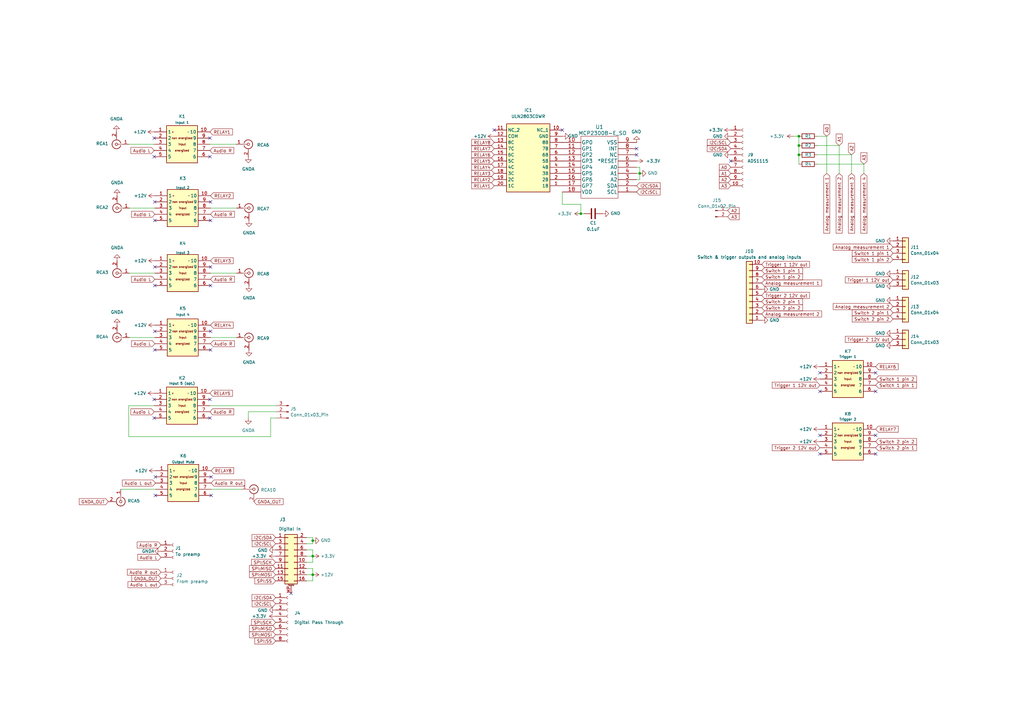
<source format=kicad_sch>
(kicad_sch (version 20231120) (generator "eeschema") (generator_version "8.0")
  (paper "A3")
  (lib_symbols
    (symbol "+12V_1" (power) (pin_numbers hide) (pin_names (offset 0) hide)
      (property "Value" "+12V" (at 0 3.556 0))
      (symbol "+12V_1_1_1"
        (pin power_in line (at 0 0 90) (length 0) (name "~") (number "1"))
      )
    )
    (symbol "Connector:Conn_01x02_Pin" (pin_names (offset 1.016) hide)
      (property "Reference" "J" (at 0 2.54 0))
      (property "Value" "Conn_01x02_Pin" (at 0 -5.08 0))
      (symbol "Conn_01x02_Pin_1_1"
        (pin passive line (at 5.08 0 180) (length 3.81) (name "Pin_1") (number "1"))
        (pin passive line (at 5.08 -2.54 180) (length 3.81) (name "Pin_2") (number "2"))
      )
    )
    (symbol "Connector:Conn_01x03_Female" (pin_names (offset 1.016) hide)
      (property "Reference" "J" (at 0 5.08 0))
      (property "Value" "Conn_01x03_Female" (at 0 -5.08 0))
      (symbol "Conn_01x03_Female_1_1"
        (pin passive line (at -5.08 2.54 0) (length 3.81) (name "Pin_1") (number "1"))
        (pin passive line (at -5.08 0 0) (length 3.81) (name "Pin_2") (number "2"))
        (pin passive line (at -5.08 -2.54 0) (length 3.81) (name "Pin_3") (number "3"))
      )
    )
    (symbol "Connector:Conn_01x03_Pin" (pin_names (offset 1.016) hide)
      (property "Reference" "J" (at 0 5.08 0))
      (property "Value" "Conn_01x03_Pin" (at 0 -5.08 0))
      (symbol "Conn_01x03_Pin_1_1"
        (pin passive line (at 5.08 2.54 180) (length 3.81) (name "Pin_1") (number "1"))
        (pin passive line (at 5.08 0 180) (length 3.81) (name "Pin_2") (number "2"))
        (pin passive line (at 5.08 -2.54 180) (length 3.81) (name "Pin_3") (number "3"))
      )
    )
    (symbol "Connector:Conn_01x08_Female" (pin_names (offset 1.016) hide)
      (property "Reference" "J" (at 0 10.16 0))
      (property "Value" "Conn_01x08_Female" (at 0 -12.7 0))
      (symbol "Conn_01x08_Female_1_1"
        (pin passive line (at -5.08 7.62 0) (length 3.81) (name "Pin_1") (number "1"))
        (pin passive line (at -5.08 5.08 0) (length 3.81) (name "Pin_2") (number "2"))
        (pin passive line (at -5.08 2.54 0) (length 3.81) (name "Pin_3") (number "3"))
        (pin passive line (at -5.08 0 0) (length 3.81) (name "Pin_4") (number "4"))
        (pin passive line (at -5.08 -2.54 0) (length 3.81) (name "Pin_5") (number "5"))
        (pin passive line (at -5.08 -5.08 0) (length 3.81) (name "Pin_6") (number "6"))
        (pin passive line (at -5.08 -7.62 0) (length 3.81) (name "Pin_7") (number "7"))
        (pin passive line (at -5.08 -10.16 0) (length 3.81) (name "Pin_8") (number "8"))
      )
    )
    (symbol "Connector:Conn_01x10_Female" (pin_names (offset 1.016) hide)
      (property "Reference" "J" (at 0 12.7 0))
      (property "Value" "Conn_01x10_Female" (at 0 -15.24 0))
      (symbol "Conn_01x10_Female_1_1"
        (pin passive line (at -5.08 10.16 0) (length 3.81) (name "Pin_1") (number "1"))
        (pin passive line (at -5.08 -12.7 0) (length 3.81) (name "Pin_10") (number "10"))
        (pin passive line (at -5.08 7.62 0) (length 3.81) (name "Pin_2") (number "2"))
        (pin passive line (at -5.08 5.08 0) (length 3.81) (name "Pin_3") (number "3"))
        (pin passive line (at -5.08 2.54 0) (length 3.81) (name "Pin_4") (number "4"))
        (pin passive line (at -5.08 0 0) (length 3.81) (name "Pin_5") (number "5"))
        (pin passive line (at -5.08 -2.54 0) (length 3.81) (name "Pin_6") (number "6"))
        (pin passive line (at -5.08 -5.08 0) (length 3.81) (name "Pin_7") (number "7"))
        (pin passive line (at -5.08 -7.62 0) (length 3.81) (name "Pin_8") (number "8"))
        (pin passive line (at -5.08 -10.16 0) (length 3.81) (name "Pin_9") (number "9"))
      )
    )
    (symbol "Connector_Generic:Conn_01x03" (pin_names (offset 1.016) hide)
      (property "Reference" "J" (at 0 5.08 0))
      (property "Value" "Conn_01x03" (at 0 -5.08 0))
      (symbol "Conn_01x03_1_1"
        (pin passive line (at -5.08 2.54 0) (length 3.81) (name "Pin_1") (number "1"))
        (pin passive line (at -5.08 0 0) (length 3.81) (name "Pin_2") (number "2"))
        (pin passive line (at -5.08 -2.54 0) (length 3.81) (name "Pin_3") (number "3"))
      )
    )
    (symbol "Connector_Generic:Conn_01x04" (pin_names (offset 1.016) hide)
      (property "Reference" "J" (at 0 5.08 0))
      (property "Value" "Conn_01x04" (at 0 -7.62 0))
      (symbol "Conn_01x04_1_1"
        (pin passive line (at -5.08 2.54 0) (length 3.81) (name "Pin_1") (number "1"))
        (pin passive line (at -5.08 0 0) (length 3.81) (name "Pin_2") (number "2"))
        (pin passive line (at -5.08 -2.54 0) (length 3.81) (name "Pin_3") (number "3"))
        (pin passive line (at -5.08 -5.08 0) (length 3.81) (name "Pin_4") (number "4"))
      )
    )
    (symbol "Connector_Generic:Conn_01x10" (pin_names (offset 1.016) hide)
      (property "Reference" "J" (at 0 12.7 0))
      (property "Value" "Conn_01x10" (at 0 -15.24 0))
      (symbol "Conn_01x10_1_1"
        (pin passive line (at -5.08 10.16 0) (length 3.81) (name "Pin_1") (number "1"))
        (pin passive line (at -5.08 -12.7 0) (length 3.81) (name "Pin_10") (number "10"))
        (pin passive line (at -5.08 7.62 0) (length 3.81) (name "Pin_2") (number "2"))
        (pin passive line (at -5.08 5.08 0) (length 3.81) (name "Pin_3") (number "3"))
        (pin passive line (at -5.08 2.54 0) (length 3.81) (name "Pin_4") (number "4"))
        (pin passive line (at -5.08 0 0) (length 3.81) (name "Pin_5") (number "5"))
        (pin passive line (at -5.08 -2.54 0) (length 3.81) (name "Pin_6") (number "6"))
        (pin passive line (at -5.08 -5.08 0) (length 3.81) (name "Pin_7") (number "7"))
        (pin passive line (at -5.08 -7.62 0) (length 3.81) (name "Pin_8") (number "8"))
        (pin passive line (at -5.08 -10.16 0) (length 3.81) (name "Pin_9") (number "9"))
      )
    )
    (symbol "Connector_Generic_MountingPin:Conn_02x08_Odd_Even_MountingPin" (pin_names (offset 1.016) hide)
      (property "Reference" "J" (at 1.27 10.16 0))
      (property "Value" "Conn_02x08_Odd_Even_MountingPin" (at 2.54 -12.7 0))
      (symbol "Conn_02x08_Odd_Even_MountingPin_1_1"
        (text "Mounting" (at 1.27 -11.811 0) (effects (font (size 0.381 0.381))))
        (pin passive line (at -5.08 7.62 0) (length 3.81) (name "Pin_1") (number "1"))
        (pin passive line (at 7.62 -2.54 180) (length 3.81) (name "Pin_10") (number "10"))
        (pin passive line (at -5.08 -5.08 0) (length 3.81) (name "Pin_11") (number "11"))
        (pin passive line (at 7.62 -5.08 180) (length 3.81) (name "Pin_12") (number "12"))
        (pin passive line (at -5.08 -7.62 0) (length 3.81) (name "Pin_13") (number "13"))
        (pin passive line (at 7.62 -7.62 180) (length 3.81) (name "Pin_14") (number "14"))
        (pin passive line (at -5.08 -10.16 0) (length 3.81) (name "Pin_15") (number "15"))
        (pin passive line (at 7.62 -10.16 180) (length 3.81) (name "Pin_16") (number "16"))
        (pin passive line (at 7.62 7.62 180) (length 3.81) (name "Pin_2") (number "2"))
        (pin passive line (at -5.08 5.08 0) (length 3.81) (name "Pin_3") (number "3"))
        (pin passive line (at 7.62 5.08 180) (length 3.81) (name "Pin_4") (number "4"))
        (pin passive line (at -5.08 2.54 0) (length 3.81) (name "Pin_5") (number "5"))
        (pin passive line (at 7.62 2.54 180) (length 3.81) (name "Pin_6") (number "6"))
        (pin passive line (at -5.08 0 0) (length 3.81) (name "Pin_7") (number "7"))
        (pin passive line (at 7.62 0 180) (length 3.81) (name "Pin_8") (number "8"))
        (pin passive line (at -5.08 -2.54 0) (length 3.81) (name "Pin_9") (number "9"))
        (pin passive line (at 1.27 -15.24 90) (length 3.048) (name "MountPin") (number "MP"))
      )
    )
    (symbol "Device:C" (pin_numbers hide) (pin_names (offset 0.254))
      (property "Reference" "C" (at 0.635 2.54 0))
      (property "Value" "C" (at 0.635 -2.54 0))
      (symbol "C_1_1"
        (pin passive line (at 0 3.81 270) (length 2.794) (name "~") (number "1"))
        (pin passive line (at 0 -3.81 90) (length 2.794) (name "~") (number "2"))
      )
    )
    (symbol "Device:R" (pin_numbers hide) (pin_names (offset 0))
      (property "Reference" "R" (at 2.032 0 90))
      (property "Value" "R" (at 0 0 90))
      (symbol "R_1_1"
        (pin passive line (at 0 3.81 270) (length 1.27) (name "~") (number "1"))
        (pin passive line (at 0 -3.81 90) (length 1.27) (name "~") (number "2"))
      )
    )
    (symbol "EA2-12NJ:EA2-12NJ"
      (property "Reference" "K" (at 8.89 -13.97 0))
      (property "Value" "EA2-12NJ" (at 11.3687 -10.7465 0))
      (symbol "EA2-12NJ_0_0"
        (text "+" (at 7.62 0 0) (effects (font (size 0.8 0.8))))
        (text "-" (at 13.97 0 0) (effects (font (size 0.8 0.8))))
        (text "energized" (at 11.43 -7.62 0) (effects (font (size 0.8 0.8))))
        (text "input" (at 11.43 -5.08 0) (effects (font (size 0.8 0.8))))
        (text "non energized" (at 11.43 -2.54 0) (effects (font (size 0.8 0.8))))
      )
      (symbol "EA2-12NJ_1_1"
        (pin passive line (at 0 0 0) (length 5.08) (name "1") (number "1"))
        (pin passive line (at 22.86 0 180) (length 5.08) (name "10") (number "10"))
        (pin passive line (at 0 -2.54 0) (length 5.08) (name "2") (number "2"))
        (pin passive line (at 0 -5.08 0) (length 5.08) (name "3") (number "3"))
        (pin passive line (at 0 -7.62 0) (length 5.08) (name "4") (number "4"))
        (pin passive line (at 0 -10.16 0) (length 5.08) (name "5") (number "5"))
        (pin passive line (at 22.86 -10.16 180) (length 5.08) (name "6") (number "6"))
        (pin passive line (at 22.86 -7.62 180) (length 5.08) (name "7") (number "7"))
        (pin passive line (at 22.86 -5.08 180) (length 5.08) (name "8") (number "8"))
        (pin passive line (at 22.86 -2.54 180) (length 5.08) (name "9") (number "9"))
      )
    )
    (symbol "Mezmerize_B1_Controller-rescue:MCP23008-E_SO-2019-12-07_08-25-49" (pin_names (offset 0.254))
      (property "Reference" "U" (at 15.24 10.16 0))
      (property "Value" "MCP23008-E_SO-2019-12-07_08-25-49" (at 15.24 7.62 0))
      (symbol "MCP23008-E_SO-2019-12-07_08-25-49_1_0"
        (pin unspecified line (at 0 0 0) (length 7.62) (name "SCL") (number "1"))
        (pin unspecified line (at 30.48 -20.32 180) (length 7.62) (name "GP0") (number "10"))
        (pin unspecified line (at 30.48 -17.78 180) (length 7.62) (name "GP1") (number "11"))
        (pin unspecified line (at 30.48 -15.24 180) (length 7.62) (name "GP2") (number "12"))
        (pin unspecified line (at 30.48 -12.7 180) (length 7.62) (name "GP3") (number "13"))
        (pin unspecified line (at 30.48 -10.16 180) (length 7.62) (name "GP4") (number "14"))
        (pin unspecified line (at 30.48 -7.62 180) (length 7.62) (name "GP5") (number "15"))
        (pin unspecified line (at 30.48 -5.08 180) (length 7.62) (name "GP6") (number "16"))
        (pin unspecified line (at 30.48 -2.54 180) (length 7.62) (name "GP7") (number "17"))
        (pin unspecified line (at 30.48 0 180) (length 7.62) (name "VDD") (number "18"))
        (pin unspecified line (at 0 -2.54 0) (length 7.62) (name "SDA") (number "2"))
        (pin unspecified line (at 0 -5.08 0) (length 7.62) (name "A2") (number "3"))
        (pin unspecified line (at 0 -7.62 0) (length 7.62) (name "A1") (number "4"))
        (pin unspecified line (at 0 -10.16 0) (length 7.62) (name "A0") (number "5"))
        (pin unspecified line (at 0 -12.7 0) (length 7.62) (name "*RESET") (number "6"))
        (pin unspecified line (at 0 -15.24 0) (length 7.62) (name "NC") (number "7"))
        (pin unspecified line (at 0 -17.78 0) (length 7.62) (name "INT") (number "8"))
        (pin unspecified line (at 0 -20.32 0) (length 7.62) (name "VSS") (number "9"))
      )
    )
    (symbol "RCA ALI:RCA_Connector_ALI" (pin_names (offset 1.016) hide)
      (property "Reference" "RCA" (at 0.254 3.048 0))
      (symbol "RCA_Connector_ALI_1_1"
        (pin passive line (at -5.08 0 0) (length 2.54) (name "In") (number "1"))
        (pin passive line (at 0 -5.08 90) (length 2.54) (name "Ext") (number "2"))
      )
    )
    (symbol "ULN2803:ULN2803CDWR"
      (property "Reference" "IC" (at 24.13 7.62 0))
      (property "Value" "ULN2803CDWR" (at 24.13 5.08 0))
      (symbol "ULN2803CDWR_1_1"
        (pin passive line (at 0 0 0) (length 5.08) (name "1B") (number "1"))
        (pin passive line (at 0 -22.86 0) (length 5.08) (name "NC_1") (number "10"))
        (pin passive line (at 27.94 -22.86 180) (length 5.08) (name "NC_2") (number "11"))
        (pin passive line (at 27.94 -20.32 180) (length 5.08) (name "COM") (number "12"))
        (pin passive line (at 27.94 -17.78 180) (length 5.08) (name "8C") (number "13"))
        (pin passive line (at 27.94 -15.24 180) (length 5.08) (name "7C") (number "14"))
        (pin passive line (at 27.94 -12.7 180) (length 5.08) (name "6C") (number "15"))
        (pin passive line (at 27.94 -10.16 180) (length 5.08) (name "5C") (number "16"))
        (pin passive line (at 27.94 -7.62 180) (length 5.08) (name "4C") (number "17"))
        (pin passive line (at 27.94 -5.08 180) (length 5.08) (name "3C") (number "18"))
        (pin passive line (at 27.94 -2.54 180) (length 5.08) (name "2C") (number "19"))
        (pin passive line (at 0 -2.54 0) (length 5.08) (name "2B") (number "2"))
        (pin passive line (at 27.94 0 180) (length 5.08) (name "1C") (number "20"))
        (pin passive line (at 0 -5.08 0) (length 5.08) (name "3B") (number "3"))
        (pin passive line (at 0 -7.62 0) (length 5.08) (name "4B") (number "4"))
        (pin passive line (at 0 -10.16 0) (length 5.08) (name "5B") (number "5"))
        (pin passive line (at 0 -12.7 0) (length 5.08) (name "6B") (number "6"))
        (pin passive line (at 0 -15.24 0) (length 5.08) (name "7B") (number "7"))
        (pin passive line (at 0 -17.78 0) (length 5.08) (name "8B") (number "8"))
        (pin passive line (at 0 -20.32 0) (length 5.08) (name "GND") (number "9"))
      )
    )
    (symbol "power:+12V" (power) (pin_names (offset 0))
      (property "Value" "+12V" (at 0 3.556 0))
      (symbol "+12V_1_1"
        (pin power_in line (at 0 0 90) (length 0) hide (name "+12V") (number "1"))
      )
    )
    (symbol "power:+3.3V" (power) (pin_names (offset 0))
      (property "Value" "+3.3V" (at 0 3.556 0))
      (symbol "+3.3V_1_1"
        (pin power_in line (at 0 0 90) (length 0) hide (name "+3.3V") (number "1"))
      )
    )
    (symbol "power:GND" (power) (pin_names (offset 0))
      (property "Value" "GND" (at 0 -3.81 0))
      (symbol "GND_1_1"
        (pin power_in line (at 0 0 270) (length 0) hide (name "GND") (number "1"))
      )
    )
    (symbol "power:GNDA" (power) (pin_names (offset 0))
      (property "Value" "GNDA" (at 0 -3.81 0))
      (symbol "GNDA_1_1"
        (pin power_in line (at 0 0 270) (length 0) hide (name "GNDA") (number "1"))
      )
    )
  )
  (junction (at 238.252 87.63))
  (junction (at 262.382 71.12))
  (junction (at 327.66 63.5))
  (junction (at 327.66 55.88))
  (junction (at 128.27 221.742))
  (junction (at 128.27 228.092))
  (junction (at 128.27 235.712))
  (junction (at 327.66 59.69))
  (no_connect (at 63.5 117.094))
  (no_connect (at 86.36 109.474))
  (no_connect (at 86.36 143.51))
  (no_connect (at 299.72 66.04))
  (no_connect (at 63.246 171.45))
  (no_connect (at 261.112 60.96))
  (no_connect (at 63.754 203.2))
  (no_connect (at 86.614 203.2))
  (no_connect (at 336.296 160.528))
  (no_connect (at 230.632 53.34))
  (no_connect (at 63.246 163.83))
  (no_connect (at 336.296 186.182))
  (no_connect (at 86.36 135.89))
  (no_connect (at 86.36 117.094))
  (no_connect (at 86.614 195.58))
  (no_connect (at 336.296 152.908))
  (no_connect (at 359.156 152.908))
  (no_connect (at 63.246 64.262))
  (no_connect (at 86.106 56.642))
  (no_connect (at 86.106 64.262))
  (no_connect (at 63.246 56.642))
  (no_connect (at 119.38 243.332))
  (no_connect (at 261.112 63.5))
  (no_connect (at 359.156 186.182))
  (no_connect (at 202.692 53.34))
  (no_connect (at 336.296 178.562))
  (no_connect (at 63.5 135.89))
  (no_connect (at 63.5 82.804))
  (no_connect (at 63.5 109.474))
  (no_connect (at 359.156 178.562))
  (no_connect (at 63.754 195.58))
  (no_connect (at 63.5 90.424))
  (no_connect (at 86.106 163.83))
  (no_connect (at 86.36 90.424))
  (no_connect (at 86.36 82.804))
  (no_connect (at 359.156 160.528))
  (no_connect (at 86.106 171.45))
  (no_connect (at 63.5 143.51))
  (wire (pts (xy 262.382 71.12) (xy 261.112 71.12)))
  (wire (pts (xy 335.28 63.5) (xy 349.25 63.5)))
  (wire (pts (xy 53.086 112.014) (xy 63.5 112.014)))
  (wire (pts (xy 128.27 230.632) (xy 128.27 228.092)))
  (wire (pts (xy 262.382 73.66) (xy 261.112 73.66)))
  (wire (pts (xy 128.27 220.472) (xy 125.73 220.472)))
  (wire (pts (xy 335.28 67.31) (xy 354.33 67.31)))
  (wire (pts (xy 86.614 200.66) (xy 99.06 200.66)))
  (wire (pts (xy 262.382 71.12) (xy 262.382 73.66)))
  (wire (pts (xy 86.106 166.37) (xy 113.284 166.37)))
  (wire (pts (xy 128.27 233.172) (xy 128.27 235.712)))
  (wire (pts (xy 327.66 63.5) (xy 327.66 67.31)))
  (wire (pts (xy 327.66 55.88) (xy 327.66 59.69)))
  (wire (pts (xy 110.998 171.45) (xy 113.284 171.45)))
  (wire (pts (xy 101.854 168.91) (xy 101.854 171.45)))
  (wire (pts (xy 125.73 233.172) (xy 128.27 233.172)))
  (wire (pts (xy 86.36 85.344) (xy 97.028 85.344)))
  (wire (pts (xy 335.28 55.88) (xy 339.09 55.88)))
  (wire (pts (xy 86.106 59.182) (xy 96.774 59.182)))
  (wire (pts (xy 349.25 63.5) (xy 349.25 71.12)))
  (wire (pts (xy 53.086 138.43) (xy 63.5 138.43)))
  (wire (pts (xy 125.73 230.632) (xy 128.27 230.632)))
  (wire (pts (xy 101.854 168.91) (xy 113.284 168.91)))
  (wire (pts (xy 110.998 179.07) (xy 110.998 171.45)))
  (wire (pts (xy 53.086 85.344) (xy 63.5 85.344)))
  (wire (pts (xy 239.522 87.63) (xy 238.252 87.63)))
  (wire (pts (xy 238.252 87.63) (xy 236.982 87.63)))
  (wire (pts (xy 52.832 166.37) (xy 63.246 166.37)))
  (wire (pts (xy 261.112 68.58) (xy 262.382 68.58)))
  (wire (pts (xy 128.27 228.092) (xy 128.27 225.552)))
  (wire (pts (xy 128.27 223.012) (xy 128.27 221.742)))
  (wire (pts (xy 49.53 200.66) (xy 63.754 200.66)))
  (wire (pts (xy 52.832 166.37) (xy 52.832 179.07)))
  (wire (pts (xy 52.832 179.07) (xy 110.998 179.07)))
  (wire (pts (xy 52.832 59.182) (xy 63.246 59.182)))
  (wire (pts (xy 128.27 235.712) (xy 128.27 238.252)))
  (wire (pts (xy 128.27 223.012) (xy 125.73 223.012)))
  (wire (pts (xy 327.66 59.69) (xy 327.66 63.5)))
  (wire (pts (xy 86.36 112.014) (xy 97.028 112.014)))
  (wire (pts (xy 125.73 235.712) (xy 128.27 235.712)))
  (wire (pts (xy 128.27 238.252) (xy 125.73 238.252)))
  (wire (pts (xy 335.28 59.69) (xy 344.17 59.69)))
  (wire (pts (xy 327.66 55.88) (xy 325.374 55.88)))
  (wire (pts (xy 230.632 78.74) (xy 230.632 83.82)))
  (wire (pts (xy 125.73 228.092) (xy 128.27 228.092)))
  (wire (pts (xy 354.33 71.12) (xy 354.33 67.31)))
  (wire (pts (xy 125.73 225.552) (xy 128.27 225.552)))
  (wire (pts (xy 86.36 138.43) (xy 97.028 138.43)))
  (wire (pts (xy 262.382 68.58) (xy 262.382 71.12)))
  (wire (pts (xy 344.17 59.69) (xy 344.17 71.12)))
  (wire (pts (xy 339.09 71.12) (xy 339.09 55.88)))
  (wire (pts (xy 230.632 83.82) (xy 238.252 83.82)))
  (wire (pts (xy 128.27 221.742) (xy 128.27 220.472)))
  (wire (pts (xy 238.252 83.82) (xy 238.252 87.63)))
  (text "https://ez.analog.com/interface-isolation/f/q-a/568260/spi-bus-with-adum1401" (at -86.106 87.376 0) (effects (font (size 1.27 1.27)) (justify left bottom)))
  (global_label "Switch 2 pin 1" (shape input) (at 359.156 183.642 0) (property "Intersheetrefs" "${INTERSHEET_REFS}" (effects (hide yes))))
  (global_label "Analog measurement 1" (shape input) (at 366.268 101.346 180) (property "Intersheetrefs" "${INTERSHEET_REFS}" (effects (hide yes))))
  (global_label "A3" (shape input) (at 354.33 67.31 90) (property "Intersheetrefs" "${INTERSHEET_REFS}" (effects (hide yes))))
  (global_label "Audio L out" (shape input) (at 63.754 198.12 180) (property "Intersheetrefs" "${INTERSHEET_REFS}" (effects (hide yes))))
  (global_label "RELAY1" (shape input) (at 202.692 76.2 180) (property "Intersheetrefs" "${INTERSHEET_REFS}" (effects (hide yes))))
  (global_label "GNDA_OUT" (shape input) (at 44.45 205.74 180) (property "Intersheetrefs" "${INTERSHEET_REFS}" (effects (hide yes))))
  (global_label "RELAY5" (shape input) (at 86.106 161.29 0) (property "Intersheetrefs" "${INTERSHEET_REFS}" (effects (hide yes))))
  (global_label "RELAY4" (shape input) (at 86.36 133.35 0) (property "Intersheetrefs" "${INTERSHEET_REFS}" (effects (hide yes))))
  (global_label "Audio L" (shape input) (at 63.246 168.91 180) (property "Intersheetrefs" "${INTERSHEET_REFS}" (effects (hide yes))))
  (global_label "RELAY3" (shape input) (at 202.692 71.12 180) (property "Intersheetrefs" "${INTERSHEET_REFS}" (effects (hide yes))))
  (global_label "Trigger 1 12V out" (shape input) (at 336.296 157.988 180) (property "Intersheetrefs" "${INTERSHEET_REFS}" (effects (hide yes))))
  (global_label "Analog measurement 2" (shape input) (at 312.42 128.778 0) (property "Intersheetrefs" "${INTERSHEET_REFS}" (effects (hide yes))))
  (global_label "RELAY2" (shape input) (at 202.692 73.66 180) (property "Intersheetrefs" "${INTERSHEET_REFS}" (effects (hide yes))))
  (global_label "Audio L" (shape input) (at 63.5 140.97 180) (property "Intersheetrefs" "${INTERSHEET_REFS}" (effects (hide yes))))
  (global_label "I2C:SDA" (shape input) (at 113.03 245.11 180) (property "Intersheetrefs" "${INTERSHEET_REFS}" (effects (hide yes))))
  (global_label "I2C:SDA" (shape input) (at 299.72 60.96 180) (property "Intersheetrefs" "${INTERSHEET_REFS}" (effects (hide yes))))
  (global_label "Audio R" (shape input) (at 66.04 223.52 180) (property "Intersheetrefs" "${INTERSHEET_REFS}" (effects (hide yes))))
  (global_label "SPI:MISO" (shape input) (at 113.03 233.172 180) (property "Intersheetrefs" "${INTERSHEET_REFS}" (effects (hide yes))))
  (global_label "Switch 1 pin 1" (shape input) (at 312.42 110.998 0) (property "Intersheetrefs" "${INTERSHEET_REFS}" (effects (hide yes))))
  (global_label "Switch 1 pin 2" (shape input) (at 359.156 155.448 0) (property "Intersheetrefs" "${INTERSHEET_REFS}" (effects (hide yes))))
  (global_label "SPI:MOSI" (shape input) (at 113.03 260.35 180) (property "Intersheetrefs" "${INTERSHEET_REFS}" (effects (hide yes))))
  (global_label "A1" (shape input) (at 344.17 59.69 90) (property "Intersheetrefs" "${INTERSHEET_REFS}" (effects (hide yes))))
  (global_label "A1" (shape input) (at 299.72 71.12 180) (property "Intersheetrefs" "${INTERSHEET_REFS}" (effects (hide yes))))
  (global_label "I2C:SCL" (shape input) (at 299.72 58.42 180) (property "Intersheetrefs" "${INTERSHEET_REFS}" (effects (hide yes))))
  (global_label "RELAY7" (shape input) (at 202.692 60.96 180) (property "Intersheetrefs" "${INTERSHEET_REFS}" (effects (hide yes))))
  (global_label "A3" (shape input) (at 299.72 76.2 180) (property "Intersheetrefs" "${INTERSHEET_REFS}" (effects (hide yes))))
  (global_label "Trigger 2 12V out" (shape input) (at 312.42 121.158 0) (property "Intersheetrefs" "${INTERSHEET_REFS}" (effects (hide yes))))
  (global_label "Audio R out" (shape input) (at 86.614 198.12 0) (property "Intersheetrefs" "${INTERSHEET_REFS}" (effects (hide yes))))
  (global_label "Switch 2 pin 2" (shape input) (at 359.156 181.102 0) (property "Intersheetrefs" "${INTERSHEET_REFS}" (effects (hide yes))))
  (global_label "RELAY6" (shape input) (at 202.692 63.5 180) (property "Intersheetrefs" "${INTERSHEET_REFS}" (effects (hide yes))))
  (global_label "Audio R out" (shape input) (at 66.04 234.696 180) (property "Intersheetrefs" "${INTERSHEET_REFS}" (effects (hide yes))))
  (global_label "RELAY4" (shape input) (at 202.692 68.58 180) (property "Intersheetrefs" "${INTERSHEET_REFS}" (effects (hide yes))))
  (global_label "Audio R" (shape input) (at 86.106 61.722 0) (property "Intersheetrefs" "${INTERSHEET_REFS}" (effects (hide yes))))
  (global_label "Trigger 2 12V out" (shape input) (at 366.268 139.192 180) (property "Intersheetrefs" "${INTERSHEET_REFS}" (effects (hide yes))))
  (global_label "I2C:SCL" (shape input) (at 113.03 247.65 180) (property "Intersheetrefs" "${INTERSHEET_REFS}" (effects (hide yes))))
  (global_label "RELAY2" (shape input) (at 86.36 80.264 0) (property "Intersheetrefs" "${INTERSHEET_REFS}" (effects (hide yes))))
  (global_label "RELAY6" (shape input) (at 359.156 150.368 0) (property "Intersheetrefs" "${INTERSHEET_REFS}" (effects (hide yes))))
  (global_label "RELAY1" (shape input) (at 86.106 54.102 0) (property "Intersheetrefs" "${INTERSHEET_REFS}" (effects (hide yes))))
  (global_label "RELAY7" (shape input) (at 359.156 176.022 0) (property "Intersheetrefs" "${INTERSHEET_REFS}" (effects (hide yes))))
  (global_label "Switch 1 pin 1" (shape input) (at 359.156 157.988 0) (property "Intersheetrefs" "${INTERSHEET_REFS}" (effects (hide yes))))
  (global_label "RELAY8" (shape input) (at 202.692 58.42 180) (property "Intersheetrefs" "${INTERSHEET_REFS}" (effects (hide yes))))
  (global_label "RELAY8" (shape input) (at 86.614 193.04 0) (property "Intersheetrefs" "${INTERSHEET_REFS}" (effects (hide yes))))
  (global_label "Analog measurement 4" (shape input) (at 354.33 71.12 270) (property "Intersheetrefs" "${INTERSHEET_REFS}" (effects (hide yes))))
  (global_label "Switch 2 pin 2" (shape input) (at 366.268 130.81 180) (property "Intersheetrefs" "${INTERSHEET_REFS}" (effects (hide yes))))
  (global_label "I2C:SCL" (shape input) (at 261.112 78.74 0) (property "Intersheetrefs" "${INTERSHEET_REFS}" (effects (hide yes))))
  (global_label "Trigger 1 12V out" (shape input) (at 312.42 108.458 0) (property "Intersheetrefs" "${INTERSHEET_REFS}" (effects (hide yes))))
  (global_label "Switch 1 pin 2" (shape input) (at 366.268 106.426 180) (property "Intersheetrefs" "${INTERSHEET_REFS}" (effects (hide yes))))
  (global_label "A2" (shape input) (at 349.25 63.5 90) (property "Intersheetrefs" "${INTERSHEET_REFS}" (effects (hide yes))))
  (global_label "Audio L" (shape input) (at 63.5 87.884 180) (property "Intersheetrefs" "${INTERSHEET_REFS}" (effects (hide yes))))
  (global_label "Analog measurement 2" (shape input) (at 366.268 125.73 180) (property "Intersheetrefs" "${INTERSHEET_REFS}" (effects (hide yes))))
  (global_label "Analog measurement 3" (shape input) (at 349.25 71.12 270) (property "Intersheetrefs" "${INTERSHEET_REFS}" (effects (hide yes))))
  (global_label "GNDA_OUT" (shape input) (at 104.14 205.74 0) (property "Intersheetrefs" "${INTERSHEET_REFS}" (effects (hide yes))))
  (global_label "Switch 2 pin 2" (shape input) (at 312.42 126.238 0) (property "Intersheetrefs" "${INTERSHEET_REFS}" (effects (hide yes))))
  (global_label "Audio R" (shape input) (at 86.36 140.97 0) (property "Intersheetrefs" "${INTERSHEET_REFS}" (effects (hide yes))))
  (global_label "SPI:MISO" (shape input) (at 113.03 257.81 180) (property "Intersheetrefs" "${INTERSHEET_REFS}" (effects (hide yes))))
  (global_label "SPI:MOSI" (shape input) (at 113.03 235.712 180) (property "Intersheetrefs" "${INTERSHEET_REFS}" (effects (hide yes))))
  (global_label "A2" (shape input) (at 299.72 73.66 180) (property "Intersheetrefs" "${INTERSHEET_REFS}" (effects (hide yes))))
  (global_label "Switch 2 pin 1" (shape input) (at 312.42 123.698 0) (property "Intersheetrefs" "${INTERSHEET_REFS}" (effects (hide yes))))
  (global_label "RELAY3" (shape input) (at 86.36 106.934 0) (property "Intersheetrefs" "${INTERSHEET_REFS}" (effects (hide yes))))
  (global_label "I2C:SCL" (shape input) (at 113.03 223.012 180) (property "Intersheetrefs" "${INTERSHEET_REFS}" (effects (hide yes))))
  (global_label "I2C:SDA" (shape input) (at 113.03 220.472 180) (property "Intersheetrefs" "${INTERSHEET_REFS}" (effects (hide yes))))
  (global_label "Trigger 2 12V out" (shape input) (at 336.296 183.642 180) (property "Intersheetrefs" "${INTERSHEET_REFS}" (effects (hide yes))))
  (global_label "SPI:SCK" (shape input) (at 113.03 230.632 180) (property "Intersheetrefs" "${INTERSHEET_REFS}" (effects (hide yes))))
  (global_label "A0" (shape input) (at 339.09 55.88 90) (property "Intersheetrefs" "${INTERSHEET_REFS}" (effects (hide yes))))
  (global_label "SPI:SCK" (shape input) (at 113.03 255.27 180) (property "Intersheetrefs" "${INTERSHEET_REFS}" (effects (hide yes))))
  (global_label "SPI:SS" (shape input) (at 113.03 238.252 180) (property "Intersheetrefs" "${INTERSHEET_REFS}" (effects (hide yes))))
  (global_label "Switch 1 pin 2" (shape input) (at 312.42 113.538 0) (property "Intersheetrefs" "${INTERSHEET_REFS}" (effects (hide yes))))
  (global_label "Switch 2 pin 1" (shape input) (at 366.268 128.27 180) (property "Intersheetrefs" "${INTERSHEET_REFS}" (effects (hide yes))))
  (global_label "Analog measurement 2" (shape input) (at 344.17 71.12 270) (property "Intersheetrefs" "${INTERSHEET_REFS}" (effects (hide yes))))
  (global_label "Audio L" (shape input) (at 63.5 114.554 180) (property "Intersheetrefs" "${INTERSHEET_REFS}" (effects (hide yes))))
  (global_label "GNDA_OUT" (shape input) (at 66.04 237.236 180) (property "Intersheetrefs" "${INTERSHEET_REFS}" (effects (hide yes))))
  (global_label "A2" (shape input) (at 298.45 86.36 0) (property "Intersheetrefs" "${INTERSHEET_REFS}" (effects (hide yes))))
  (global_label "Trigger 1 12V out" (shape input) (at 366.268 114.808 180) (property "Intersheetrefs" "${INTERSHEET_REFS}" (effects (hide yes))))
  (global_label "Switch 1 pin 1" (shape input) (at 366.268 103.886 180) (property "Intersheetrefs" "${INTERSHEET_REFS}" (effects (hide yes))))
  (global_label "A3" (shape input) (at 298.45 88.9 0) (property "Intersheetrefs" "${INTERSHEET_REFS}" (effects (hide yes))))
  (global_label "I2C:SDA" (shape input) (at 261.112 76.2 0) (property "Intersheetrefs" "${INTERSHEET_REFS}" (effects (hide yes))))
  (global_label "A0" (shape input) (at 299.72 68.58 180) (property "Intersheetrefs" "${INTERSHEET_REFS}" (effects (hide yes))))
  (global_label "Audio R" (shape input) (at 86.106 168.91 0) (property "Intersheetrefs" "${INTERSHEET_REFS}" (effects (hide yes))))
  (global_label "SPI:SS" (shape input) (at 113.03 262.89 180) (property "Intersheetrefs" "${INTERSHEET_REFS}" (effects (hide yes))))
  (global_label "Audio R" (shape input) (at 86.36 87.884 0) (property "Intersheetrefs" "${INTERSHEET_REFS}" (effects (hide yes))))
  (global_label "Analog measurement 1" (shape input) (at 339.09 71.12 270) (property "Intersheetrefs" "${INTERSHEET_REFS}" (effects (hide yes))))
  (global_label "Audio R" (shape input) (at 86.36 114.554 0) (property "Intersheetrefs" "${INTERSHEET_REFS}" (effects (hide yes))))
  (global_label "Analog measurement 1" (shape input) (at 312.42 116.078 0) (property "Intersheetrefs" "${INTERSHEET_REFS}" (effects (hide yes))))
  (global_label "Audio L" (shape input) (at 63.246 61.722 180) (property "Intersheetrefs" "${INTERSHEET_REFS}" (effects (hide yes))))
  (global_label "RELAY5" (shape input) (at 202.692 66.04 180) (property "Intersheetrefs" "${INTERSHEET_REFS}" (effects (hide yes))))
  (global_label "Audio L" (shape input) (at 66.04 228.6 180) (property "Intersheetrefs" "${INTERSHEET_REFS}" (effects (hide yes))))
  (global_label "Audio L out" (shape input) (at 66.04 239.776 180) (property "Intersheetrefs" "${INTERSHEET_REFS}" (effects (hide yes))))
  (symbol (lib_id "Device:R") (at 331.47 55.88 90) (unit 1)
    (property "Reference" "R1" (at 331.47 55.88 90))
    (property "Value" "10K" (effects (hide yes)))
    (property "Footprint" "Resistor_SMD:R_0805_2012Metric_Pad1.20x1.40mm_HandSolder" (effects (hide yes)))
  )
  (symbol (lib_id "Device:R") (at 331.47 59.69 270) (unit 1)
    (property "Reference" "R2" (at 331.47 59.69 90))
    (property "Value" "10K" (effects (hide yes)))
    (property "Footprint" "Resistor_SMD:R_0805_2012Metric_Pad1.20x1.40mm_HandSolder" (effects (hide yes)))
  )
  (symbol (lib_id "Device:C") (at 243.332 87.63 90) (unit 1)
    (property "Reference" "C1" (at 243.332 91.44 90))
    (property "Value" "0.1uF" (at 243.332 93.98 90))
    (property "Footprint" "Capacitor_SMD:C_0805_2012Metric_Pad1.18x1.45mm_HandSolder" (effects (hide yes)))
  )
  (symbol (lib_id "Mezmerize_B1_Controller-rescue:MCP23008-E_SO-2019-12-07_08-25-49") (at 261.112 78.74 180) (unit 1)
    (property "Reference" "U1" (at 245.872 52.07 0) (effects (font (size 1.524 1.524))))
    (property "Value" "MCP23008-E_SO" (at 247.142 54.61 0) (effects (font (size 1.524 1.524))))
    (property "Footprint" "MCP23008:SOIC127P1030X265-18N" (effects (hide yes)))
  )
  (symbol (lib_id "power:GND") (at 247.142 87.63 90) (unit 1)
    (property "Reference" "#PWR036" (effects (hide yes)))
    (property "Value" "GND" (at 250.3932 87.503 90) (effects (justify right)))
  )
  (symbol (lib_id "power:GND") (at 261.112 58.42 180) (unit 1)
    (property "Reference" "#PWR037" (effects (hide yes)))
    (property "Value" "GND" (at 260.985 54.0258 0))
  )
  (symbol (lib_id "power:GND") (at 262.382 71.12 90) (unit 1)
    (property "Reference" "#PWR039" (effects (hide yes)))
    (property "Value" "GND" (at 265.6332 70.993 90) (effects (justify right)))
  )
  (symbol (lib_id "power:+12V") (at 63.5 133.35 90) (unit 1)
    (property "Reference" "#PWR09" (effects (hide yes)))
    (property "Value" "+12V" (at 60.198 133.3499 90) (effects (justify left)))
  )
  (symbol (lib_id "Connector_Generic:Conn_01x03") (at 371.348 114.808 0) (unit 1)
    (property "Reference" "J12" (at 373.38 113.5959 0) (effects (justify left)))
    (property "Value" "Conn_01x03" (at 373.38 116.0201 0) (effects (justify left)))
    (property "Footprint" "Connector_M8:M8 3 pin" (effects (hide yes)))
  )
  (symbol (lib_id "power:GNDA") (at 48.006 80.264 180) (unit 1)
    (property "Reference" "#PWR02" (effects (hide yes)))
    (property "Value" "GNDA" (at 48.006 74.93 0))
  )
  (symbol (lib_id "Connector_Generic:Conn_01x10") (at 307.34 121.158 180) (unit 1)
    (property "Reference" "J10" (at 307.34 103.0437 0))
    (property "Value" "Switch & trigger outputs and analog inputs" (at 307.34 105.4679 0))
    (property "Footprint" "Connector_PinSocket_2.54mm:PinSocket_1x10_P2.54mm_Vertical" (effects (hide yes)))
  )
  (symbol (lib_id "RCA ALI:RCA_Connector_ALI") (at 101.854 59.182 0) (unit 1)
    (property "Reference" "RCA6" (at 105.41 59.4752 0) (effects (justify left)))
    (property "Value" "RCA_Connector_ALI" (effects (hide yes)))
    (property "Footprint" "RCA ALI:RCA Connector ALI" (effects (hide yes)))
    (property "Datasheet" " ~" (effects (hide yes)))
  )
  (symbol (lib_id "power:GND") (at 312.42 118.618 90) (unit 1)
    (property "Reference" "#PWR043" (effects (hide yes)))
    (property "Value" "GND" (at 315.595 118.618 90) (effects (justify right)))
  )
  (symbol (lib_id "power:GND") (at 366.268 98.806 270) (unit 1)
    (property "Reference" "#PWR050" (effects (hide yes)))
    (property "Value" "GND" (at 363.093 98.806 90) (effects (justify right)))
  )
  (symbol (lib_id "power:GND") (at 299.72 55.88 270) (unit 1)
    (property "Reference" "#PWR041" (effects (hide yes)))
    (property "Value" "GND" (at 296.418 55.8799 90) (effects (justify right)))
  )
  (symbol (lib_id "power:GNDA") (at 66.04 226.06 270) (unit 1)
    (property "Reference" "#PWR011" (effects (hide yes)))
    (property "Value" "GNDA" (at 58.166 226.06 90) (effects (justify left)))
  )
  (symbol (lib_id "RCA ALI:RCA_Connector_ALI") (at 104.14 200.66 0) (unit 1)
    (property "Reference" "RCA10" (at 106.934 200.9532 0) (effects (justify left)))
    (property "Value" "RCA_Connector_ALI" (effects (hide yes)))
    (property "Footprint" "RCA ALI:RCA Connector ALI" (effects (hide yes)))
    (property "Datasheet" " ~" (effects (hide yes)))
  )
  (symbol (lib_id "power:GNDA") (at 48.006 133.35 180) (unit 1)
    (property "Reference" "#PWR04" (effects (hide yes)))
    (property "Value" "GNDA" (at 48.006 128.016 0))
  )
  (symbol (lib_id "power:+3.3V") (at 238.252 87.63 90) (unit 1)
    (property "Reference" "#PWR035" (effects (hide yes)))
    (property "Value" "+3.3V" (at 234.442 87.6299 90) (effects (justify left)))
  )
  (symbol (lib_id "EA2-12NJ:EA2-12NJ") (at 63.754 193.04 0) (unit 1)
    (property "Reference" "K6" (at 75.184 186.944 0))
    (property "Value" "Output Mute" (at 75.184 189.484 0) (effects (font (size 1 1))))
    (property "Footprint" "EA2-12NJ:DIPS762W60P254L1420H630Q10N" (effects (hide yes)))
    (property "Footprint_1" "DIPS762W60P254L1420H630Q10N" (effects (hide yes)))
    (property "Datasheet_1" "https://content.kemet.com/datasheets/KEM_R7001_EA2_EB2.pdf" (effects (hide yes)))
    (property "Height" "6.3" (effects (hide yes)))
    (property "Manufacturer_Name" "KEMET" (effects (hide yes)))
    (property "Manufacturer_Part_Number" "EA2-12NJ" (effects (hide yes)))
    (property "Mouser Part Number" "551-EA2-12NJ" (effects (hide yes)))
    (property "Mouser Price/Stock" "https://www.mouser.co.uk/ProductDetail/KEMET/EA2-12NJ?qs=rjnFDYRVT0qLfSdrx1tU9Q%3D%3D" (effects (hide yes)))
    (property "Arrow Part Number" "EA2-12NJ" (effects (hide yes)))
    (property "Arrow Price/Stock" "https://www.arrow.com/en/products/ea2-12nj/kemet-corporation" (effects (hide yes)))
  )
  (symbol (lib_id "power:+12V") (at 63.246 54.102 90) (unit 1)
    (property "Reference" "#PWR05" (effects (hide yes)))
    (property "Value" "+12V" (at 59.944 54.1019 90) (effects (justify left)))
  )
  (symbol (lib_id "RCA ALI:RCA_Connector_ALI") (at 48.006 112.014 180) (unit 1)
    (property "Reference" "RCA3" (at 44.45 111.7208 0) (effects (justify left)))
    (property "Value" "RCA_Connector_ALI" (effects (hide yes)))
    (property "Footprint" "RCA ALI:RCA Connector ALI" (effects (hide yes)))
    (property "Datasheet" " ~" (effects (hide yes)))
  )
  (symbol (lib_id "EA2-12NJ:EA2-12NJ") (at 63.5 80.264 0) (unit 1)
    (property "Reference" "K3" (at 74.93 73.152 0))
    (property "Value" "Input 2" (at 74.93 76.962 0) (effects (font (size 1 1))))
    (property "Footprint" "EA2-12NJ:DIPS762W60P254L1420H630Q10N" (effects (hide yes)))
    (property "Footprint_1" "DIPS762W60P254L1420H630Q10N" (effects (hide yes)))
    (property "Datasheet_1" "https://content.kemet.com/datasheets/KEM_R7001_EA2_EB2.pdf" (effects (hide yes)))
    (property "Height" "6.3" (effects (hide yes)))
    (property "Manufacturer_Name" "KEMET" (effects (hide yes)))
    (property "Manufacturer_Part_Number" "EA2-12NJ" (effects (hide yes)))
    (property "Mouser Part Number" "551-EA2-12NJ" (effects (hide yes)))
    (property "Mouser Price/Stock" "https://www.mouser.co.uk/ProductDetail/KEMET/EA2-12NJ?qs=rjnFDYRVT0qLfSdrx1tU9Q%3D%3D" (effects (hide yes)))
    (property "Arrow Part Number" "EA2-12NJ" (effects (hide yes)))
    (property "Arrow Price/Stock" "https://www.arrow.com/en/products/ea2-12nj/kemet-corporation" (effects (hide yes)))
  )
  (symbol (lib_id "power:+12V") (at 63.754 193.04 90) (unit 1)
    (property "Reference" "#PWR010" (effects (hide yes)))
    (property "Value" "+12V" (at 60.452 193.0399 90) (effects (justify left)))
  )
  (symbol (lib_id "power:GNDA") (at 101.854 171.45 0) (unit 1)
    (property "Reference" "#PWR013" (effects (hide yes)))
    (property "Value" "GNDA" (at 101.854 176.53 0))
  )
  (symbol (lib_id "power:GNDA") (at 48.006 106.934 180) (unit 1)
    (property "Reference" "#PWR03" (effects (hide yes)))
    (property "Value" "GNDA" (at 48.006 101.6 0))
  )
  (symbol (lib_id "power:+3.3V") (at 299.72 53.34 90) (unit 1)
    (property "Reference" "#PWR040" (effects (hide yes)))
    (property "Value" "+3.3V" (at 296.418 53.3399 90) (effects (justify left)))
  )
  (symbol (lib_id "EA2-12NJ:EA2-12NJ") (at 63.246 161.29 0) (unit 1)
    (property "Reference" "K2" (at 74.676 155.0403 0))
    (property "Value" "Input 5 (opt.)" (at 74.676 157.2472 0) (effects (font (size 1 1))))
    (property "Footprint" "EA2-12NJ:DIPS762W60P254L1420H630Q10N" (effects (hide yes)))
    (property "Footprint_1" "DIPS762W60P254L1420H630Q10N" (effects (hide yes)))
    (property "Datasheet_1" "https://content.kemet.com/datasheets/KEM_R7001_EA2_EB2.pdf" (effects (hide yes)))
    (property "Height" "6.3" (effects (hide yes)))
    (property "Manufacturer_Name" "KEMET" (effects (hide yes)))
    (property "Manufacturer_Part_Number" "EA2-12NJ" (effects (hide yes)))
    (property "Mouser Part Number" "551-EA2-12NJ" (effects (hide yes)))
    (property "Mouser Price/Stock" "https://www.mouser.co.uk/ProductDetail/KEMET/EA2-12NJ?qs=rjnFDYRVT0qLfSdrx1tU9Q%3D%3D" (effects (hide yes)))
    (property "Arrow Part Number" "EA2-12NJ" (effects (hide yes)))
    (property "Arrow Price/Stock" "https://www.arrow.com/en/products/ea2-12nj/kemet-corporation" (effects (hide yes)))
  )
  (symbol (lib_id "power:GNDA") (at 102.108 143.51 0) (unit 1)
    (property "Reference" "#PWR016" (effects (hide yes)))
    (property "Value" "GNDA" (at 102.108 148.59 0))
  )
  (symbol (lib_id "EA2-12NJ:EA2-12NJ") (at 336.296 176.022 0) (unit 1)
    (property "Reference" "K8" (at 347.726 169.7723 0))
    (property "Value" "Trigger 2" (at 347.726 171.9792 0) (effects (font (size 1 1))))
    (property "Footprint" "EA2-12NJ:DIPS762W60P254L1420H630Q10N" (effects (hide yes)))
    (property "Footprint_1" "DIPS762W60P254L1420H630Q10N" (effects (hide yes)))
    (property "Datasheet_1" "https://content.kemet.com/datasheets/KEM_R7001_EA2_EB2.pdf" (effects (hide yes)))
    (property "Height" "6.3" (effects (hide yes)))
    (property "Manufacturer_Name" "KEMET" (effects (hide yes)))
    (property "Manufacturer_Part_Number" "EA2-12NJ" (effects (hide yes)))
    (property "Mouser Part Number" "551-EA2-12NJ" (effects (hide yes)))
    (property "Mouser Price/Stock" "https://www.mouser.co.uk/ProductDetail/KEMET/EA2-12NJ?qs=rjnFDYRVT0qLfSdrx1tU9Q%3D%3D" (effects (hide yes)))
    (property "Arrow Part Number" "EA2-12NJ" (effects (hide yes)))
    (property "Arrow Price/Stock" "https://www.arrow.com/en/products/ea2-12nj/kemet-corporation" (effects (hide yes)))
  )
  (symbol (lib_id "power:+3.3V") (at 325.374 55.88 90) (unit 1)
    (property "Reference" "#PWR045" (effects (hide yes)))
    (property "Value" "+3.3V" (at 321.564 55.8799 90) (effects (justify left)))
  )
  (symbol (lib_id "Connector:Conn_01x03_Female") (at 71.12 226.06 0) (unit 1)
    (property "Reference" "J1" (at 71.882 224.7899 0) (effects (justify left)))
    (property "Value" "To preamp" (at 71.882 227.3299 0) (effects (justify left)))
    (property "Footprint" "PinSocket_1x03_P2.54mm_Vertical" (effects (hide yes)))
  )
  (symbol (lib_id "Device:R") (at 331.47 67.31 270) (unit 1)
    (property "Reference" "R4" (at 331.47 67.31 90))
    (property "Value" "10K" (effects (hide yes)))
    (property "Footprint" "Resistor_SMD:R_0805_2012Metric_Pad1.20x1.40mm_HandSolder" (effects (hide yes)))
  )
  (symbol (lib_id "power:GND") (at 366.268 136.652 270) (unit 1)
    (property "Reference" "#PWR054" (effects (hide yes)))
    (property "Value" "GND" (at 363.093 136.652 90) (effects (justify right)))
  )
  (symbol (lib_id "power:+3.3V") (at 113.03 252.73 90) (unit 1)
    (property "Reference" "#PWR020" (effects (hide yes)))
    (property "Value" "+3.3V" (at 109.22 252.7299 90) (effects (justify left)))
  )
  (symbol (lib_name "+12V_1") (lib_id "power:+12V") (at 128.27 235.712 270) (unit 1)
    (property "Reference" "#PWR023" (effects (hide yes)))
    (property "Value" "+12V" (at 131.445 235.712 90) (effects (justify left)))
    (property "Description" "Power symbol creates a global label with name \"+12V\"" (effects (hide yes)))
  )
  (symbol (lib_id "Device:R") (at 331.47 63.5 270) (unit 1)
    (property "Reference" "R3" (at 331.47 63.5 90))
    (property "Value" "10K" (effects (hide yes)))
    (property "Footprint" "Resistor_SMD:R_0805_2012Metric_Pad1.20x1.40mm_HandSolder" (effects (hide yes)))
  )
  (symbol (lib_id "power:+12V") (at 336.296 150.368 90) (unit 1)
    (property "Reference" "#PWR046" (effects (hide yes)))
    (property "Value" "+12V" (at 332.994 150.3679 90) (effects (justify left)))
  )
  (symbol (lib_id "power:GND") (at 366.268 123.19 270) (unit 1)
    (property "Reference" "#PWR053" (effects (hide yes)))
    (property "Value" "GND" (at 363.093 123.19 90) (effects (justify right)))
  )
  (symbol (lib_id "power:GND") (at 113.03 225.552 270) (unit 1)
    (property "Reference" "#PWR017" (effects (hide yes)))
    (property "Value" "GND" (at 109.7788 225.679 90) (effects (justify right)))
  )
  (symbol (lib_id "power:GNDA") (at 102.108 117.094 0) (unit 1)
    (property "Reference" "#PWR015" (effects (hide yes)))
    (property "Value" "GNDA" (at 102.108 122.174 0))
  )
  (symbol (lib_id "power:+12V") (at 336.296 155.448 90) (unit 1)
    (property "Reference" "#PWR047" (effects (hide yes)))
    (property "Value" "+12V" (at 332.994 155.4479 90) (effects (justify left)))
  )
  (symbol (lib_id "power:+3.3V") (at 261.112 66.04 270) (unit 1)
    (property "Reference" "#PWR038" (effects (hide yes)))
    (property "Value" "+3.3V" (at 264.922 66.0399 90) (effects (justify left)))
  )
  (symbol (lib_id "Connector_Generic:Conn_01x04") (at 371.348 125.73 0) (unit 1)
    (property "Reference" "J13" (at 373.38 125.7879 0) (effects (justify left)))
    (property "Value" "Conn_01x04" (at 373.38 128.2121 0) (effects (justify left)))
    (property "Footprint" "Connector_M8:M8 4 pin" (effects (hide yes)))
  )
  (symbol (lib_id "Connector:Conn_01x03_Pin") (at 118.364 168.91 180) (unit 1)
    (property "Reference" "J5" (at 119.0752 167.6979 0) (effects (justify right)))
    (property "Value" "Conn_01x03_Pin" (at 119.0752 170.1221 0) (effects (justify right)))
    (property "Footprint" "Connector_PinHeader_2.54mm:PinHeader_1x03_P2.54mm_Vertical" (effects (hide yes)))
  )
  (symbol (lib_id "RCA ALI:RCA_Connector_ALI") (at 48.006 138.43 180) (unit 1)
    (property "Reference" "RCA4" (at 44.45 138.1368 0) (effects (justify left)))
    (property "Value" "RCA_Connector_ALI" (effects (hide yes)))
    (property "Footprint" "RCA ALI:RCA Connector ALI" (effects (hide yes)))
    (property "Datasheet" " ~" (effects (hide yes)))
  )
  (symbol (lib_id "RCA ALI:RCA_Connector_ALI") (at 102.108 138.43 0) (unit 1)
    (property "Reference" "RCA9" (at 105.41 138.7232 0) (effects (justify left)))
    (property "Value" "RCA_Connector_ALI" (effects (hide yes)))
    (property "Footprint" "RCA ALI:RCA Connector ALI" (effects (hide yes)))
    (property "Datasheet" " ~" (effects (hide yes)))
  )
  (symbol (lib_id "power:+12V") (at 336.296 176.022 90) (unit 1)
    (property "Reference" "#PWR048" (effects (hide yes)))
    (property "Value" "+12V" (at 332.994 176.0219 90) (effects (justify left)))
  )
  (symbol (lib_id "power:GNDA") (at 101.854 64.262 0) (unit 1)
    (property "Reference" "#PWR012" (effects (hide yes)))
    (property "Value" "GNDA" (at 101.854 69.342 0))
  )
  (symbol (lib_id "power:+12V") (at 63.5 80.264 90) (unit 1)
    (property "Reference" "#PWR07" (effects (hide yes)))
    (property "Value" "+12V" (at 60.198 80.2639 90) (effects (justify left)))
  )
  (symbol (lib_id "Connector_Generic_MountingPin:Conn_02x08_Odd_Even_MountingPin") (at 118.11 228.092 0) (unit 1)
    (property "Reference" "J3" (at 117.094 213.106 0) (effects (justify right)))
    (property "Value" "Digital In" (at 123.444 216.916 0) (effects (justify right)))
    (property "Footprint" "Connector_IDC:IDC-Header_2x08_P2.54mm_Vertical" (effects (hide yes)))
  )
  (symbol (lib_id "power:GND") (at 366.268 117.348 270) (unit 1)
    (property "Reference" "#PWR052" (effects (hide yes)))
    (property "Value" "GND" (at 363.093 117.348 90) (effects (justify right)))
  )
  (symbol (lib_id "Connector_Generic:Conn_01x03") (at 371.348 139.192 0) (unit 1)
    (property "Reference" "J14" (at 373.38 137.9799 0) (effects (justify left)))
    (property "Value" "Conn_01x03" (at 373.38 140.4041 0) (effects (justify left)))
    (property "Footprint" "Connector_M8:M8 3 pin" (effects (hide yes)))
  )
  (symbol (lib_id "power:GND") (at 366.268 112.268 270) (unit 1)
    (property "Reference" "#PWR051" (effects (hide yes)))
    (property "Value" "GND" (at 363.093 112.268 90) (effects (justify right)))
  )
  (symbol (lib_id "RCA ALI:RCA_Connector_ALI") (at 47.752 59.182 180) (unit 1)
    (property "Reference" "RCA1" (at 44.45 58.8888 0) (effects (justify left)))
    (property "Value" "RCA_Connector_ALI" (effects (hide yes)))
    (property "Footprint" "RCA ALI:RCA Connector ALI" (effects (hide yes)))
    (property "Datasheet" " ~" (effects (hide yes)))
  )
  (symbol (lib_id "power:+12V") (at 202.692 55.88 90) (unit 1)
    (property "Reference" "#PWR033" (effects (hide yes)))
    (property "Value" "+12V" (at 199.517 55.88 90) (effects (justify left)))
  )
  (symbol (lib_id "EA2-12NJ:EA2-12NJ") (at 63.5 133.35 0) (unit 1)
    (property "Reference" "K5" (at 74.93 126.492 0))
    (property "Value" "Input 4" (at 74.93 129.032 0) (effects (font (size 1 1))))
    (property "Footprint" "EA2-12NJ:DIPS762W60P254L1420H630Q10N" (effects (hide yes)))
    (property "Footprint_1" "DIPS762W60P254L1420H630Q10N" (effects (hide yes)))
    (property "Datasheet_1" "https://content.kemet.com/datasheets/KEM_R7001_EA2_EB2.pdf" (effects (hide yes)))
    (property "Height" "6.3" (effects (hide yes)))
    (property "Manufacturer_Name" "KEMET" (effects (hide yes)))
    (property "Manufacturer_Part_Number" "EA2-12NJ" (effects (hide yes)))
    (property "Mouser Part Number" "551-EA2-12NJ" (effects (hide yes)))
    (property "Mouser Price/Stock" "https://www.mouser.co.uk/ProductDetail/KEMET/EA2-12NJ?qs=rjnFDYRVT0qLfSdrx1tU9Q%3D%3D" (effects (hide yes)))
    (property "Arrow Part Number" "EA2-12NJ" (effects (hide yes)))
    (property "Arrow Price/Stock" "https://www.arrow.com/en/products/ea2-12nj/kemet-corporation" (effects (hide yes)))
  )
  (symbol (lib_id "power:+3.3V") (at 113.03 228.092 90) (unit 1)
    (property "Reference" "#PWR018" (effects (hide yes)))
    (property "Value" "+3.3V" (at 109.22 228.0919 90) (effects (justify left)))
  )
  (symbol (lib_id "power:+3.3V") (at 128.27 228.092 270) (unit 1)
    (property "Reference" "#PWR022" (effects (hide yes)))
    (property "Value" "+3.3V" (at 131.445 228.092 90) (effects (justify left)))
  )
  (symbol (lib_id "Connector:Conn_01x03_Female") (at 71.12 237.236 0) (unit 1)
    (property "Reference" "J2" (at 72.39 235.9659 0) (effects (justify left)))
    (property "Value" "From preamp" (at 72.39 238.5059 0) (effects (justify left)))
    (property "Footprint" "PinSocket_1x03_P2.54mm_Vertical" (effects (hide yes)))
  )
  (symbol (lib_id "power:GND") (at 366.268 141.732 270) (unit 1)
    (property "Reference" "#PWR055" (effects (hide yes)))
    (property "Value" "GND" (at 363.093 141.732 90) (effects (justify right)))
  )
  (symbol (lib_id "power:GND") (at 230.632 55.88 90) (unit 1)
    (property "Reference" "#PWR034" (effects (hide yes)))
    (property "Value" "GND" (at 235.0262 55.753 90))
  )
  (symbol (lib_id "power:GNDA") (at 47.752 54.102 180) (unit 1)
    (property "Reference" "#PWR01" (effects (hide yes)))
    (property "Value" "GNDA" (at 47.752 48.768 0))
  )
  (symbol (lib_id "power:GND") (at 299.72 63.5 270) (unit 1)
    (property "Reference" "#PWR042" (effects (hide yes)))
    (property "Value" "GND" (at 296.418 63.4999 90) (effects (justify right)))
  )
  (symbol (lib_id "EA2-12NJ:EA2-12NJ") (at 336.296 150.368 0) (unit 1)
    (property "Reference" "K7" (at 347.726 144.1183 0))
    (property "Value" "Trigger 1" (at 347.726 146.3252 0) (effects (font (size 1 1))))
    (property "Footprint" "EA2-12NJ:DIPS762W60P254L1420H630Q10N" (effects (hide yes)))
    (property "Footprint_1" "DIPS762W60P254L1420H630Q10N" (effects (hide yes)))
    (property "Datasheet_1" "https://content.kemet.com/datasheets/KEM_R7001_EA2_EB2.pdf" (effects (hide yes)))
    (property "Height" "6.3" (effects (hide yes)))
    (property "Manufacturer_Name" "KEMET" (effects (hide yes)))
    (property "Manufacturer_Part_Number" "EA2-12NJ" (effects (hide yes)))
    (property "Mouser Part Number" "551-EA2-12NJ" (effects (hide yes)))
    (property "Mouser Price/Stock" "https://www.mouser.co.uk/ProductDetail/KEMET/EA2-12NJ?qs=rjnFDYRVT0qLfSdrx1tU9Q%3D%3D" (effects (hide yes)))
    (property "Arrow Part Number" "EA2-12NJ" (effects (hide yes)))
    (property "Arrow Price/Stock" "https://www.arrow.com/en/products/ea2-12nj/kemet-corporation" (effects (hide yes)))
  )
  (symbol (lib_id "Connector:Conn_01x08_Female") (at 118.11 252.73 0) (unit 1)
    (property "Reference" "J4" (at 123.19 251.46 0) (effects (justify right)))
    (property "Value" "Digital Pass Through" (at 140.97 255.27 0) (effects (justify right)))
    (property "Footprint" "Connector_PinSocket_2.54mm:PinSocket_1x08_P2.54mm_Vertical" (effects (hide yes)))
  )
  (symbol (lib_id "power:GND") (at 128.27 221.742 90) (unit 1)
    (property "Reference" "#PWR021" (effects (hide yes)))
    (property "Value" "GND" (at 131.5212 221.615 90) (effects (justify right)))
  )
  (symbol (lib_id "RCA ALI:RCA_Connector_ALI") (at 48.006 85.344 180) (unit 1)
    (property "Reference" "RCA2" (at 44.45 85.0508 0) (effects (justify left)))
    (property "Value" "RCA_Connector_ALI" (effects (hide yes)))
    (property "Footprint" "RCA ALI:RCA Connector ALI" (effects (hide yes)))
    (property "Datasheet" " ~" (effects (hide yes)))
  )
  (symbol (lib_id "RCA ALI:RCA_Connector_ALI") (at 102.108 112.014 0) (unit 1)
    (property "Reference" "RCA8" (at 105.41 112.3072 0) (effects (justify left)))
    (property "Value" "RCA_Connector_ALI" (effects (hide yes)))
    (property "Footprint" "RCA ALI:RCA Connector ALI" (effects (hide yes)))
    (property "Datasheet" " ~" (effects (hide yes)))
  )
  (symbol (lib_id "Connector:Conn_01x10_Female") (at 304.8 63.5 0) (unit 1)
    (property "Reference" "J9" (at 306.578 63.4999 0) (effects (justify left)))
    (property "Value" "ADS1115" (at 306.578 66.0399 0) (effects (justify left)))
    (property "Footprint" "Connector_PinHeader_2.54mm:PinHeader_1x10_P2.54mm_Vertical" (effects (hide yes)))
  )
  (symbol (lib_id "power:+12V") (at 63.5 106.934 90) (unit 1)
    (property "Reference" "#PWR08" (effects (hide yes)))
    (property "Value" "+12V" (at 60.198 106.9339 90) (effects (justify left)))
  )
  (symbol (lib_id "RCA ALI:RCA_Connector_ALI") (at 49.53 205.74 270) (unit 1)
    (property "Reference" "RCA5" (at 52.324 205.4225 90) (effects (justify left)))
    (property "Value" "RCA_Connector_ALI" (effects (hide yes)))
    (property "Footprint" "RCA ALI:RCA Connector ALI" (effects (hide yes)))
    (property "Datasheet" " ~" (effects (hide yes)))
  )
  (symbol (lib_id "EA2-12NJ:EA2-12NJ") (at 63.246 54.102 0) (unit 1)
    (property "Reference" "K1" (at 74.676 47.752 0))
    (property "Value" "Input 1" (at 74.676 50.292 0) (effects (font (size 1 1))))
    (property "Footprint" "EA2-12NJ:DIPS762W60P254L1420H630Q10N" (effects (hide yes)))
    (property "Footprint_1" "DIPS762W60P254L1420H630Q10N" (effects (hide yes)))
    (property "Datasheet_1" "https://content.kemet.com/datasheets/KEM_R7001_EA2_EB2.pdf" (effects (hide yes)))
    (property "Height" "6.3" (effects (hide yes)))
    (property "Manufacturer_Name" "KEMET" (effects (hide yes)))
    (property "Manufacturer_Part_Number" "EA2-12NJ" (effects (hide yes)))
    (property "Mouser Part Number" "551-EA2-12NJ" (effects (hide yes)))
    (property "Mouser Price/Stock" "https://www.mouser.co.uk/ProductDetail/KEMET/EA2-12NJ?qs=rjnFDYRVT0qLfSdrx1tU9Q%3D%3D" (effects (hide yes)))
    (property "Arrow Part Number" "EA2-12NJ" (effects (hide yes)))
    (property "Arrow Price/Stock" "https://www.arrow.com/en/products/ea2-12nj/kemet-corporation" (effects (hide yes)))
  )
  (symbol (lib_id "power:+12V") (at 63.246 161.29 90) (unit 1)
    (property "Reference" "#PWR06" (effects (hide yes)))
    (property "Value" "+12V" (at 59.944 161.2899 90) (effects (justify left)))
  )
  (symbol (lib_id "ULN2803:ULN2803CDWR") (at 230.632 76.2 180) (unit 1)
    (property "Reference" "IC1" (at 216.662 45.212 0))
    (property "Value" "ULN2803CDWR" (at 216.662 47.752 0))
    (property "Footprint" "ULN2803:SOIC127P1030X265-20N" (effects (hide yes)))
    (property "Datasheet" "https://www.ti.com/lit/ds/symlink/uln2803c.pdf?ts=1664254346163&ref_url=https%253A%252F%252Fwww.ti.com%252Fproduct%252FULN2803C%253FkeyMatch%253DULN2803C%2526tisearch%253Dsearch-everything%2526usecase%253DGPN" (effects (hide yes)))
    (property "Description" "Bipolar (BJT) Transistor Array 8 NPN Darlington 50V 500mA Surface Mount 20-SOIC" (effects (hide yes)))
    (property "Height" "2.65" (effects (hide yes)))
    (property "Mouser Part Number" "595-ULN2803CDWR" (effects (hide yes)))
    (property "Mouser Price/Stock" "https://www.mouser.co.uk/ProductDetail/Texas-Instruments/ULN2803CDWR?qs=vvQtp7zwQdMA2JP56CSJyQ%3D%3D" (effects (hide yes)))
    (property "Manufacturer_Name" "Texas Instruments" (effects (hide yes)))
    (property "Manufacturer_Part_Number" "ULN2803CDWR" (effects (hide yes)))
  )
  (symbol (lib_id "power:+12V") (at 336.296 181.102 90) (unit 1)
    (property "Reference" "#PWR049" (effects (hide yes)))
    (property "Value" "+12V" (at 332.994 181.1019 90) (effects (justify left)))
  )
  (symbol (lib_id "EA2-12NJ:EA2-12NJ") (at 63.5 106.934 0) (unit 1)
    (property "Reference" "K4" (at 74.93 99.822 0))
    (property "Value" "Input 3" (at 74.93 103.632 0) (effects (font (size 1 1))))
    (property "Footprint" "EA2-12NJ:DIPS762W60P254L1420H630Q10N" (effects (hide yes)))
    (property "Footprint_1" "DIPS762W60P254L1420H630Q10N" (effects (hide yes)))
    (property "Datasheet_1" "https://content.kemet.com/datasheets/KEM_R7001_EA2_EB2.pdf" (effects (hide yes)))
    (property "Height" "6.3" (effects (hide yes)))
    (property "Manufacturer_Name" "KEMET" (effects (hide yes)))
    (property "Manufacturer_Part_Number" "EA2-12NJ" (effects (hide yes)))
    (property "Mouser Part Number" "551-EA2-12NJ" (effects (hide yes)))
    (property "Mouser Price/Stock" "https://www.mouser.co.uk/ProductDetail/KEMET/EA2-12NJ?qs=rjnFDYRVT0qLfSdrx1tU9Q%3D%3D" (effects (hide yes)))
    (property "Arrow Part Number" "EA2-12NJ" (effects (hide yes)))
    (property "Arrow Price/Stock" "https://www.arrow.com/en/products/ea2-12nj/kemet-corporation" (effects (hide yes)))
  )
  (symbol (lib_id "power:GNDA") (at 102.108 90.424 0) (unit 1)
    (property "Reference" "#PWR014" (effects (hide yes)))
    (property "Value" "GNDA" (at 102.108 95.504 0))
  )
  (symbol (lib_id "Connector_Generic:Conn_01x04") (at 371.348 101.346 0) (unit 1)
    (property "Reference" "J11" (at 373.38 101.4039 0) (effects (justify left)))
    (property "Value" "Conn_01x04" (at 373.38 103.8281 0) (effects (justify left)))
    (property "Footprint" "Connector_M8:M8 4 pin" (effects (hide yes)))
  )
  (symbol (lib_id "power:GND") (at 312.42 131.318 90) (unit 1)
    (property "Reference" "#PWR044" (effects (hide yes)))
    (property "Value" "GND" (at 315.595 131.318 90) (effects (justify right)))
  )
  (symbol (lib_id "power:GND") (at 113.03 250.19 270) (unit 1)
    (property "Reference" "#PWR019" (effects (hide yes)))
    (property "Value" "GND" (at 109.7788 250.317 90) (effects (justify right)))
  )
  (symbol (lib_id "Connector:Conn_01x02_Pin") (at 293.37 86.36 0) (unit 1)
    (property "Reference" "J15" (at 294.005 82.1393 0))
    (property "Value" "Conn_01x02_Pin" (at 294.005 84.5636 0))
    (property "Footprint" "Connector_PinHeader_2.54mm:PinHeader_1x02_P2.54mm_Vertical" (effects (hide yes)))
    (property "Description" "Generic connector, single row, 01x02, script generated" (effects (hide yes)))
  )
  (symbol (lib_id "RCA ALI:RCA_Connector_ALI") (at 102.108 85.344 0) (unit 1)
    (property "Reference" "RCA7" (at 105.41 85.6372 0) (effects (justify left)))
    (property "Value" "RCA_Connector_ALI" (effects (hide yes)))
    (property "Footprint" "RCA ALI:RCA Connector ALI" (effects (hide yes)))
    (property "Datasheet" " ~" (effects (hide yes)))
  )
)
</source>
